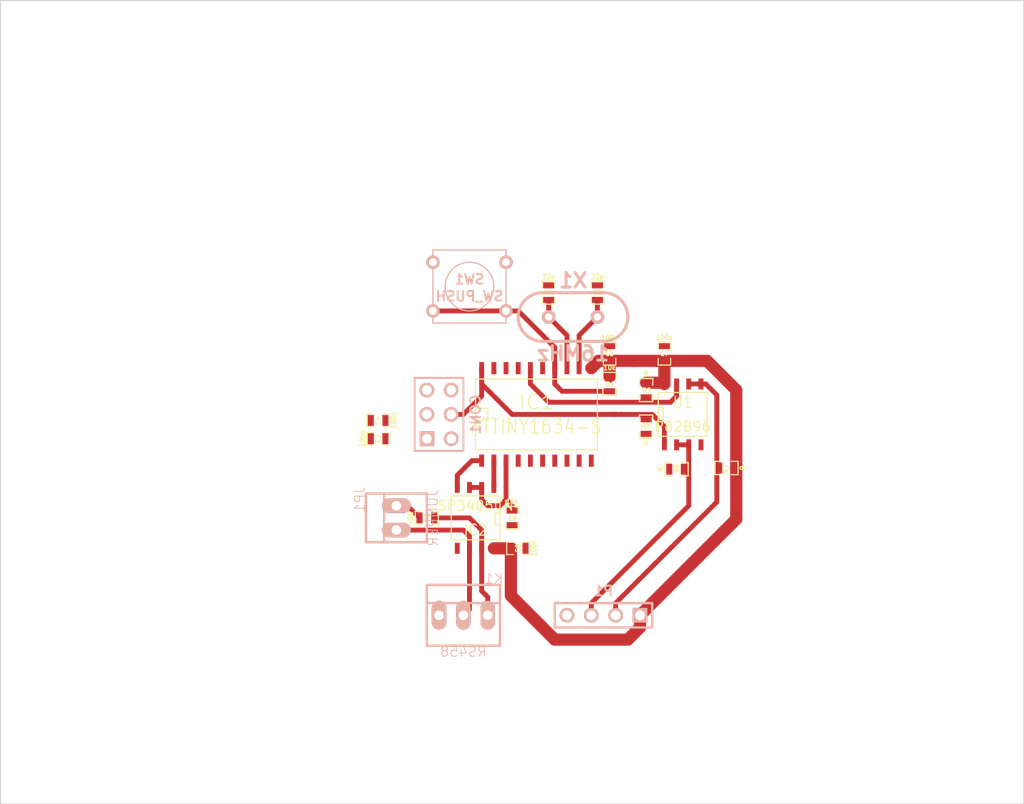
<source format=kicad_pcb>
(kicad_pcb (version 3) (host pcbnew "(2013-mar-13)-testing")

  (general
    (links 60)
    (no_connects 27)
    (area 167.589999 114.249999 274.370001 198.170001)
    (thickness 1.6)
    (drawings 4)
    (tracks 86)
    (zones 0)
    (modules 23)
    (nets 26)
  )

  (page A3)
  (layers
    (15 F.Cu signal)
    (0 B.Cu signal)
    (16 B.Adhes user)
    (17 F.Adhes user)
    (18 B.Paste user)
    (19 F.Paste user)
    (20 B.SilkS user)
    (21 F.SilkS user)
    (22 B.Mask user)
    (23 F.Mask user)
    (24 Dwgs.User user)
    (25 Cmts.User user)
    (26 Eco1.User user)
    (27 Eco2.User user)
    (28 Edge.Cuts user)
  )

  (setup
    (last_trace_width 0.508)
    (trace_clearance 0.254)
    (zone_clearance 0.508)
    (zone_45_only no)
    (trace_min 0.254)
    (segment_width 0.2)
    (edge_width 0.1)
    (via_size 1.778)
    (via_drill 0.635)
    (via_min_size 0.889)
    (via_min_drill 0.508)
    (user_via 1.27 0.254)
    (uvia_size 0.508)
    (uvia_drill 0.127)
    (uvias_allowed no)
    (uvia_min_size 0.508)
    (uvia_min_drill 0.127)
    (pcb_text_width 0.3)
    (pcb_text_size 1.5 1.5)
    (mod_edge_width 0.15)
    (mod_text_size 1 1)
    (mod_text_width 0.15)
    (pad_size 1.5 1.5)
    (pad_drill 0.6)
    (pad_to_mask_clearance 0)
    (aux_axis_origin 0 0)
    (visible_elements FFFFF77F)
    (pcbplotparams
      (layerselection 3178497)
      (usegerberextensions true)
      (excludeedgelayer true)
      (linewidth 0.150000)
      (plotframeref false)
      (viasonmask false)
      (mode 1)
      (useauxorigin false)
      (hpglpennumber 1)
      (hpglpenspeed 20)
      (hpglpendiameter 15)
      (hpglpenoverlay 2)
      (psnegative false)
      (psa4output false)
      (plotreference true)
      (plotvalue true)
      (plotothertext true)
      (plotinvisibletext false)
      (padsonsilk false)
      (subtractmaskfromsilk false)
      (outputformat 1)
      (mirror false)
      (drillshape 1)
      (scaleselection 1)
      (outputdirectory ""))
  )

  (net 0 "")
  (net 1 /MISO)
  (net 2 /MODBUS_A)
  (net 3 /MODBUS_B)
  (net 4 /RESET)
  (net 5 /SCL)
  (net 6 /SCL_OUT)
  (net 7 /SDA)
  (net 8 /SDA_OUT)
  (net 9 GND)
  (net 10 N-0000012)
  (net 11 N-0000015)
  (net 12 N-0000016)
  (net 13 N-0000017)
  (net 14 N-0000018)
  (net 15 N-0000019)
  (net 16 N-0000020)
  (net 17 N-0000021)
  (net 18 N-0000022)
  (net 19 N-0000023)
  (net 20 N-0000024)
  (net 21 N-0000025)
  (net 22 N-000004)
  (net 23 N-000005)
  (net 24 N-000007)
  (net 25 VCC)

  (net_class Default "This is the default net class."
    (clearance 0.254)
    (trace_width 0.508)
    (via_dia 1.778)
    (via_drill 0.635)
    (uvia_dia 0.508)
    (uvia_drill 0.127)
    (add_net "")
    (add_net /MISO)
    (add_net /MODBUS_A)
    (add_net /MODBUS_B)
    (add_net /RESET)
    (add_net /SCL)
    (add_net /SCL_OUT)
    (add_net /SDA)
    (add_net /SDA_OUT)
    (add_net GND)
    (add_net N-0000012)
    (add_net N-0000015)
    (add_net N-0000016)
    (add_net N-0000017)
    (add_net N-0000018)
    (add_net N-0000019)
    (add_net N-0000020)
    (add_net N-0000021)
    (add_net N-0000022)
    (add_net N-0000023)
    (add_net N-0000024)
    (add_net N-0000025)
    (add_net N-000004)
    (add_net N-000005)
    (add_net N-000007)
  )

  (net_class vcc ""
    (clearance 0.254)
    (trace_width 1.27)
    (via_dia 1.778)
    (via_drill 0.635)
    (uvia_dia 0.508)
    (uvia_drill 0.127)
    (add_net VCC)
  )

  (module SM0603_Capa   placed (layer F.Cu) (tedit 5051B1EC) (tstamp 51913DF8)
    (at 224.79 144.78 270)
    (path /518B9696)
    (attr smd)
    (fp_text reference C1 (at 0 0 360) (layer F.SilkS)
      (effects (font (size 0.508 0.4572) (thickness 0.1143)))
    )
    (fp_text value 22p (at -1.651 0 360) (layer F.SilkS)
      (effects (font (size 0.508 0.4572) (thickness 0.1143)))
    )
    (fp_line (start 0.50038 0.65024) (end 1.19888 0.65024) (layer F.SilkS) (width 0.11938))
    (fp_line (start -0.50038 0.65024) (end -1.19888 0.65024) (layer F.SilkS) (width 0.11938))
    (fp_line (start 0.50038 -0.65024) (end 1.19888 -0.65024) (layer F.SilkS) (width 0.11938))
    (fp_line (start -1.19888 -0.65024) (end -0.50038 -0.65024) (layer F.SilkS) (width 0.11938))
    (fp_line (start 1.19888 -0.635) (end 1.19888 0.635) (layer F.SilkS) (width 0.11938))
    (fp_line (start -1.19888 0.635) (end -1.19888 -0.635) (layer F.SilkS) (width 0.11938))
    (pad 1 smd rect (at -0.762 0 270) (size 0.635 1.143)
      (layers F.Cu F.Paste F.Mask)
      (net 9 GND)
    )
    (pad 2 smd rect (at 0.762 0 270) (size 0.635 1.143)
      (layers F.Cu F.Paste F.Mask)
      (net 22 N-000004)
    )
    (model smd\capacitors\C0603.wrl
      (at (xyz 0 0 0.001))
      (scale (xyz 0.5 0.5 0.5))
      (rotate (xyz 0 0 0))
    )
  )

  (module SM0603_Capa   placed (layer F.Cu) (tedit 5051B1EC) (tstamp 51913E04)
    (at 229.87 144.78 270)
    (path /518B96A5)
    (attr smd)
    (fp_text reference C2 (at 0 0 360) (layer F.SilkS)
      (effects (font (size 0.508 0.4572) (thickness 0.1143)))
    )
    (fp_text value 22p (at -1.651 0 360) (layer F.SilkS)
      (effects (font (size 0.508 0.4572) (thickness 0.1143)))
    )
    (fp_line (start 0.50038 0.65024) (end 1.19888 0.65024) (layer F.SilkS) (width 0.11938))
    (fp_line (start -0.50038 0.65024) (end -1.19888 0.65024) (layer F.SilkS) (width 0.11938))
    (fp_line (start 0.50038 -0.65024) (end 1.19888 -0.65024) (layer F.SilkS) (width 0.11938))
    (fp_line (start -1.19888 -0.65024) (end -0.50038 -0.65024) (layer F.SilkS) (width 0.11938))
    (fp_line (start 1.19888 -0.635) (end 1.19888 0.635) (layer F.SilkS) (width 0.11938))
    (fp_line (start -1.19888 0.635) (end -1.19888 -0.635) (layer F.SilkS) (width 0.11938))
    (pad 1 smd rect (at -0.762 0 270) (size 0.635 1.143)
      (layers F.Cu F.Paste F.Mask)
      (net 9 GND)
    )
    (pad 2 smd rect (at 0.762 0 270) (size 0.635 1.143)
      (layers F.Cu F.Paste F.Mask)
      (net 23 N-000005)
    )
    (model smd\capacitors\C0603.wrl
      (at (xyz 0 0 0.001))
      (scale (xyz 0.5 0.5 0.5))
      (rotate (xyz 0 0 0))
    )
  )

  (module SM0603_Capa   placed (layer F.Cu) (tedit 5051B1EC) (tstamp 51913E10)
    (at 207.01 160.02)
    (path /518B9823)
    (attr smd)
    (fp_text reference C3 (at 0 0 90) (layer F.SilkS)
      (effects (font (size 0.508 0.4572) (thickness 0.1143)))
    )
    (fp_text value 100n (at -1.651 0 90) (layer F.SilkS)
      (effects (font (size 0.508 0.4572) (thickness 0.1143)))
    )
    (fp_line (start 0.50038 0.65024) (end 1.19888 0.65024) (layer F.SilkS) (width 0.11938))
    (fp_line (start -0.50038 0.65024) (end -1.19888 0.65024) (layer F.SilkS) (width 0.11938))
    (fp_line (start 0.50038 -0.65024) (end 1.19888 -0.65024) (layer F.SilkS) (width 0.11938))
    (fp_line (start -1.19888 -0.65024) (end -0.50038 -0.65024) (layer F.SilkS) (width 0.11938))
    (fp_line (start 1.19888 -0.635) (end 1.19888 0.635) (layer F.SilkS) (width 0.11938))
    (fp_line (start -1.19888 0.635) (end -1.19888 -0.635) (layer F.SilkS) (width 0.11938))
    (pad 1 smd rect (at -0.762 0) (size 0.635 1.143)
      (layers F.Cu F.Paste F.Mask)
      (net 25 VCC)
    )
    (pad 2 smd rect (at 0.762 0) (size 0.635 1.143)
      (layers F.Cu F.Paste F.Mask)
      (net 9 GND)
    )
    (model smd\capacitors\C0603.wrl
      (at (xyz 0 0 0.001))
      (scale (xyz 0.5 0.5 0.5))
      (rotate (xyz 0 0 0))
    )
  )

  (module SM0603_Capa   placed (layer F.Cu) (tedit 5051B1EC) (tstamp 51913E1C)
    (at 207.01 158.115 180)
    (path /518BB14F)
    (attr smd)
    (fp_text reference C4 (at 0 0 270) (layer F.SilkS)
      (effects (font (size 0.508 0.4572) (thickness 0.1143)))
    )
    (fp_text value 100n (at -1.651 0 270) (layer F.SilkS)
      (effects (font (size 0.508 0.4572) (thickness 0.1143)))
    )
    (fp_line (start 0.50038 0.65024) (end 1.19888 0.65024) (layer F.SilkS) (width 0.11938))
    (fp_line (start -0.50038 0.65024) (end -1.19888 0.65024) (layer F.SilkS) (width 0.11938))
    (fp_line (start 0.50038 -0.65024) (end 1.19888 -0.65024) (layer F.SilkS) (width 0.11938))
    (fp_line (start -1.19888 -0.65024) (end -0.50038 -0.65024) (layer F.SilkS) (width 0.11938))
    (fp_line (start 1.19888 -0.635) (end 1.19888 0.635) (layer F.SilkS) (width 0.11938))
    (fp_line (start -1.19888 0.635) (end -1.19888 -0.635) (layer F.SilkS) (width 0.11938))
    (pad 1 smd rect (at -0.762 0 180) (size 0.635 1.143)
      (layers F.Cu F.Paste F.Mask)
      (net 9 GND)
    )
    (pad 2 smd rect (at 0.762 0 180) (size 0.635 1.143)
      (layers F.Cu F.Paste F.Mask)
      (net 25 VCC)
    )
    (model smd\capacitors\C0603.wrl
      (at (xyz 0 0 0.001))
      (scale (xyz 0.5 0.5 0.5))
      (rotate (xyz 0 0 0))
    )
  )

  (module SM0603_Capa   placed (layer F.Cu) (tedit 5051B1EC) (tstamp 51913E28)
    (at 231.14 151.13 270)
    (path /51913C78)
    (attr smd)
    (fp_text reference C5 (at 0 0 360) (layer F.SilkS)
      (effects (font (size 0.508 0.4572) (thickness 0.1143)))
    )
    (fp_text value 100n (at -1.651 0 360) (layer F.SilkS)
      (effects (font (size 0.508 0.4572) (thickness 0.1143)))
    )
    (fp_line (start 0.50038 0.65024) (end 1.19888 0.65024) (layer F.SilkS) (width 0.11938))
    (fp_line (start -0.50038 0.65024) (end -1.19888 0.65024) (layer F.SilkS) (width 0.11938))
    (fp_line (start 0.50038 -0.65024) (end 1.19888 -0.65024) (layer F.SilkS) (width 0.11938))
    (fp_line (start -1.19888 -0.65024) (end -0.50038 -0.65024) (layer F.SilkS) (width 0.11938))
    (fp_line (start 1.19888 -0.635) (end 1.19888 0.635) (layer F.SilkS) (width 0.11938))
    (fp_line (start -1.19888 0.635) (end -1.19888 -0.635) (layer F.SilkS) (width 0.11938))
    (pad 1 smd rect (at -0.762 0 270) (size 0.635 1.143)
      (layers F.Cu F.Paste F.Mask)
      (net 9 GND)
    )
    (pad 2 smd rect (at 0.762 0 270) (size 0.635 1.143)
      (layers F.Cu F.Paste F.Mask)
      (net 25 VCC)
    )
    (model smd\capacitors\C0603.wrl
      (at (xyz 0 0 0.001))
      (scale (xyz 0.5 0.5 0.5))
      (rotate (xyz 0 0 0))
    )
  )

  (module SM0603_Capa   placed (layer F.Cu) (tedit 5051B1EC) (tstamp 51913E34)
    (at 221.615 171.45 180)
    (path /518B9775)
    (attr smd)
    (fp_text reference C6 (at 0 0 270) (layer F.SilkS)
      (effects (font (size 0.508 0.4572) (thickness 0.1143)))
    )
    (fp_text value 100n (at -1.651 0 270) (layer F.SilkS)
      (effects (font (size 0.508 0.4572) (thickness 0.1143)))
    )
    (fp_line (start 0.50038 0.65024) (end 1.19888 0.65024) (layer F.SilkS) (width 0.11938))
    (fp_line (start -0.50038 0.65024) (end -1.19888 0.65024) (layer F.SilkS) (width 0.11938))
    (fp_line (start 0.50038 -0.65024) (end 1.19888 -0.65024) (layer F.SilkS) (width 0.11938))
    (fp_line (start -1.19888 -0.65024) (end -0.50038 -0.65024) (layer F.SilkS) (width 0.11938))
    (fp_line (start 1.19888 -0.635) (end 1.19888 0.635) (layer F.SilkS) (width 0.11938))
    (fp_line (start -1.19888 0.635) (end -1.19888 -0.635) (layer F.SilkS) (width 0.11938))
    (pad 1 smd rect (at -0.762 0 180) (size 0.635 1.143)
      (layers F.Cu F.Paste F.Mask)
      (net 9 GND)
    )
    (pad 2 smd rect (at 0.762 0 180) (size 0.635 1.143)
      (layers F.Cu F.Paste F.Mask)
      (net 25 VCC)
    )
    (model smd\capacitors\C0603.wrl
      (at (xyz 0 0 0.001))
      (scale (xyz 0.5 0.5 0.5))
      (rotate (xyz 0 0 0))
    )
  )

  (module SM0603_Capa   placed (layer F.Cu) (tedit 5051B1EC) (tstamp 51913E40)
    (at 236.855 151.13 270)
    (path /518B9B2D)
    (attr smd)
    (fp_text reference C7 (at 0 0 360) (layer F.SilkS)
      (effects (font (size 0.508 0.4572) (thickness 0.1143)))
    )
    (fp_text value 100n (at -1.651 0 360) (layer F.SilkS)
      (effects (font (size 0.508 0.4572) (thickness 0.1143)))
    )
    (fp_line (start 0.50038 0.65024) (end 1.19888 0.65024) (layer F.SilkS) (width 0.11938))
    (fp_line (start -0.50038 0.65024) (end -1.19888 0.65024) (layer F.SilkS) (width 0.11938))
    (fp_line (start 0.50038 -0.65024) (end 1.19888 -0.65024) (layer F.SilkS) (width 0.11938))
    (fp_line (start -1.19888 -0.65024) (end -0.50038 -0.65024) (layer F.SilkS) (width 0.11938))
    (fp_line (start 1.19888 -0.635) (end 1.19888 0.635) (layer F.SilkS) (width 0.11938))
    (fp_line (start -1.19888 0.635) (end -1.19888 -0.635) (layer F.SilkS) (width 0.11938))
    (pad 1 smd rect (at -0.762 0 270) (size 0.635 1.143)
      (layers F.Cu F.Paste F.Mask)
      (net 9 GND)
    )
    (pad 2 smd rect (at 0.762 0 270) (size 0.635 1.143)
      (layers F.Cu F.Paste F.Mask)
      (net 25 VCC)
    )
    (model smd\capacitors\C0603.wrl
      (at (xyz 0 0 0.001))
      (scale (xyz 0.5 0.5 0.5))
      (rotate (xyz 0 0 0))
    )
  )

  (module pin_array_3x2   placed (layer B.Cu) (tedit 42931587) (tstamp 51913E4E)
    (at 213.36 157.48 90)
    (descr "Double rangee de contacts 2 x 4 pins")
    (tags CONN)
    (path /518B9ED3)
    (fp_text reference CON1 (at 0 3.81 90) (layer B.SilkS)
      (effects (font (size 1.016 1.016) (thickness 0.2032)) (justify mirror))
    )
    (fp_text value AVR-ISP-6 (at 0 -3.81 90) (layer B.SilkS) hide
      (effects (font (size 1.016 1.016) (thickness 0.2032)) (justify mirror))
    )
    (fp_line (start 3.81 -2.54) (end -3.81 -2.54) (layer B.SilkS) (width 0.2032))
    (fp_line (start -3.81 2.54) (end 3.81 2.54) (layer B.SilkS) (width 0.2032))
    (fp_line (start 3.81 2.54) (end 3.81 -2.54) (layer B.SilkS) (width 0.2032))
    (fp_line (start -3.81 -2.54) (end -3.81 2.54) (layer B.SilkS) (width 0.2032))
    (pad 1 thru_hole rect (at -2.54 -1.27 90) (size 1.524 1.524) (drill 1.016)
      (layers *.Cu *.Mask B.SilkS)
      (net 1 /MISO)
    )
    (pad 2 thru_hole circle (at -2.54 1.27 90) (size 1.524 1.524) (drill 1.016)
      (layers *.Cu *.Mask B.SilkS)
      (net 25 VCC)
    )
    (pad 3 thru_hole circle (at 0 -1.27 90) (size 1.524 1.524) (drill 1.016)
      (layers *.Cu *.Mask B.SilkS)
      (net 5 /SCL)
    )
    (pad 4 thru_hole circle (at 0 1.27 90) (size 1.524 1.524) (drill 1.016)
      (layers *.Cu *.Mask B.SilkS)
      (net 7 /SDA)
    )
    (pad 5 thru_hole circle (at 2.54 -1.27 90) (size 1.524 1.524) (drill 1.016)
      (layers *.Cu *.Mask B.SilkS)
      (net 4 /RESET)
    )
    (pad 6 thru_hole circle (at 2.54 1.27 90) (size 1.524 1.524) (drill 1.016)
      (layers *.Cu *.Mask B.SilkS)
      (net 9 GND)
    )
    (model pin_array/pins_array_3x2.wrl
      (at (xyz 0 0 0))
      (scale (xyz 1 1 1))
      (rotate (xyz 0 0 0))
    )
  )

  (module SO20L   locked (layer F.Cu) (tedit 42807090) (tstamp 51913E6D)
    (at 223.52 157.48)
    (descr "Cms SOJ 20 pins large")
    (tags "CMS SOJ")
    (path /5191339D)
    (attr smd)
    (fp_text reference IC1 (at 0 -1.27) (layer F.SilkS)
      (effects (font (thickness 0.127)))
    )
    (fp_text value ATTINY1634-S (at 0 1.27) (layer F.SilkS)
      (effects (font (size 1.524 1.27) (thickness 0.127)))
    )
    (fp_line (start 6.35 3.683) (end 6.35 -3.683) (layer F.SilkS) (width 0.127))
    (fp_line (start -6.35 -3.683) (end -6.35 3.683) (layer F.SilkS) (width 0.127))
    (fp_line (start 6.35 3.683) (end -6.35 3.683) (layer F.SilkS) (width 0.127))
    (fp_line (start -6.35 -3.683) (end 6.35 -3.683) (layer F.SilkS) (width 0.127))
    (fp_line (start -6.35 -0.635) (end -5.08 -0.635) (layer F.SilkS) (width 0.127))
    (fp_line (start -5.08 -0.635) (end -5.08 0.635) (layer F.SilkS) (width 0.127))
    (fp_line (start -5.08 0.635) (end -6.35 0.635) (layer F.SilkS) (width 0.127))
    (pad 11 smd rect (at 5.715 -4.826) (size 0.508 1.27)
      (layers F.Cu F.Paste F.Mask)
      (net 25 VCC)
    )
    (pad 12 smd rect (at 4.445 -4.826) (size 0.508 1.27)
      (layers F.Cu F.Paste F.Mask)
      (net 23 N-000005)
    )
    (pad 13 smd rect (at 3.175 -4.826) (size 0.508 1.27)
      (layers F.Cu F.Paste F.Mask)
      (net 22 N-000004)
    )
    (pad 14 smd rect (at 1.905 -4.826) (size 0.508 1.27)
      (layers F.Cu F.Paste F.Mask)
      (net 4 /RESET)
    )
    (pad 15 smd rect (at 0.635 -4.826) (size 0.508 1.27)
      (layers F.Cu F.Paste F.Mask)
      (net 19 N-0000023)
    )
    (pad 16 smd rect (at -0.635 -4.826) (size 0.508 1.27)
      (layers F.Cu F.Paste F.Mask)
      (net 5 /SCL)
    )
    (pad 17 smd rect (at -1.905 -4.826) (size 0.508 1.27)
      (layers F.Cu F.Paste F.Mask)
      (net 20 N-0000024)
    )
    (pad 18 smd rect (at -3.175 -4.826) (size 0.508 1.27)
      (layers F.Cu F.Paste F.Mask)
      (net 21 N-0000025)
    )
    (pad 19 smd rect (at -4.445 -4.826) (size 0.508 1.27)
      (layers F.Cu F.Paste F.Mask)
      (net 1 /MISO)
    )
    (pad 20 smd rect (at -5.715 -4.826) (size 0.508 1.27)
      (layers F.Cu F.Paste F.Mask)
      (net 7 /SDA)
    )
    (pad 1 smd rect (at -5.715 4.826) (size 0.508 1.27)
      (layers F.Cu F.Paste F.Mask)
      (net 12 N-0000016)
    )
    (pad 2 smd rect (at -4.445 4.826) (size 0.508 1.27)
      (layers F.Cu F.Paste F.Mask)
      (net 24 N-000007)
    )
    (pad 3 smd rect (at -3.175 4.826) (size 0.508 1.27)
      (layers F.Cu F.Paste F.Mask)
      (net 11 N-0000015)
    )
    (pad 4 smd rect (at -1.905 4.826) (size 0.508 1.27)
      (layers F.Cu F.Paste F.Mask)
      (net 14 N-0000018)
    )
    (pad 5 smd rect (at -0.635 4.826) (size 0.508 1.27)
      (layers F.Cu F.Paste F.Mask)
      (net 15 N-0000019)
    )
    (pad 6 smd rect (at 0.635 4.826) (size 0.508 1.27)
      (layers F.Cu F.Paste F.Mask)
      (net 16 N-0000020)
    )
    (pad 7 smd rect (at 1.905 4.826) (size 0.508 1.27)
      (layers F.Cu F.Paste F.Mask)
      (net 13 N-0000017)
    )
    (pad 8 smd rect (at 3.175 4.826) (size 0.508 1.27)
      (layers F.Cu F.Paste F.Mask)
      (net 17 N-0000021)
    )
    (pad 9 smd rect (at 4.445 4.826) (size 0.508 1.27)
      (layers F.Cu F.Paste F.Mask)
      (net 18 N-0000022)
    )
    (pad 10 smd rect (at 5.715 4.826) (size 0.508 1.27)
      (layers F.Cu F.Paste F.Mask)
      (net 9 GND)
    )
    (model smd/cms_so20.wrl
      (at (xyz 0 0 0))
      (scale (xyz 0.5 0.6 0.5))
      (rotate (xyz 0 0 0))
    )
  )

  (module SO8N   placed (layer F.Cu) (tedit 45127296) (tstamp 51913E80)
    (at 217.17 168.275 180)
    (descr "Module CMS SOJ 8 pins large")
    (tags "CMS SOJ")
    (path /518B9650)
    (attr smd)
    (fp_text reference IC2 (at 0 -1.27 180) (layer F.SilkS)
      (effects (font (size 1.143 1.016) (thickness 0.127)))
    )
    (fp_text value SP3485CN (at 0 1.27 180) (layer F.SilkS)
      (effects (font (size 1.016 1.016) (thickness 0.127)))
    )
    (fp_line (start -2.54 -2.286) (end 2.54 -2.286) (layer F.SilkS) (width 0.127))
    (fp_line (start 2.54 -2.286) (end 2.54 2.286) (layer F.SilkS) (width 0.127))
    (fp_line (start 2.54 2.286) (end -2.54 2.286) (layer F.SilkS) (width 0.127))
    (fp_line (start -2.54 2.286) (end -2.54 -2.286) (layer F.SilkS) (width 0.127))
    (fp_line (start -2.54 -0.762) (end -2.032 -0.762) (layer F.SilkS) (width 0.127))
    (fp_line (start -2.032 -0.762) (end -2.032 0.508) (layer F.SilkS) (width 0.127))
    (fp_line (start -2.032 0.508) (end -2.54 0.508) (layer F.SilkS) (width 0.127))
    (pad 8 smd rect (at -1.905 -3.175 180) (size 0.508 1.143)
      (layers F.Cu F.Paste F.Mask)
      (net 25 VCC)
    )
    (pad 7 smd rect (at -0.635 -3.175 180) (size 0.508 1.143)
      (layers F.Cu F.Paste F.Mask)
      (net 3 /MODBUS_B)
    )
    (pad 6 smd rect (at 0.635 -3.175 180) (size 0.508 1.143)
      (layers F.Cu F.Paste F.Mask)
      (net 2 /MODBUS_A)
    )
    (pad 5 smd rect (at 1.905 -3.175 180) (size 0.508 1.143)
      (layers F.Cu F.Paste F.Mask)
      (net 9 GND)
    )
    (pad 4 smd rect (at 1.905 3.175 180) (size 0.508 1.143)
      (layers F.Cu F.Paste F.Mask)
      (net 12 N-0000016)
    )
    (pad 3 smd rect (at 0.635 3.175 180) (size 0.508 1.143)
      (layers F.Cu F.Paste F.Mask)
      (net 11 N-0000015)
    )
    (pad 2 smd rect (at -0.635 3.175 180) (size 0.508 1.143)
      (layers F.Cu F.Paste F.Mask)
      (net 11 N-0000015)
    )
    (pad 1 smd rect (at -1.905 3.175 180) (size 0.508 1.143)
      (layers F.Cu F.Paste F.Mask)
      (net 24 N-000007)
    )
    (model smd/cms_so8.wrl
      (at (xyz 0 0 0))
      (scale (xyz 0.5 0.38 0.5))
      (rotate (xyz 0 0 0))
    )
  )

  (module PIN_ARRAY_4x1   placed (layer B.Cu) (tedit 4C10F42E) (tstamp 51913E98)
    (at 230.505 178.435 180)
    (descr "Double rangee de contacts 2 x 5 pins")
    (tags CONN)
    (path /51913C29)
    (fp_text reference P1 (at 0 2.54 180) (layer B.SilkS)
      (effects (font (size 1.016 1.016) (thickness 0.2032)) (justify mirror))
    )
    (fp_text value I2C (at 0 -2.54 180) (layer B.SilkS) hide
      (effects (font (size 1.016 1.016) (thickness 0.2032)) (justify mirror))
    )
    (fp_line (start 5.08 -1.27) (end -5.08 -1.27) (layer B.SilkS) (width 0.254))
    (fp_line (start 5.08 1.27) (end -5.08 1.27) (layer B.SilkS) (width 0.254))
    (fp_line (start -5.08 1.27) (end -5.08 -1.27) (layer B.SilkS) (width 0.254))
    (fp_line (start 5.08 -1.27) (end 5.08 1.27) (layer B.SilkS) (width 0.254))
    (pad 1 thru_hole rect (at -3.81 0 180) (size 1.524 1.524) (drill 1.016)
      (layers *.Cu *.Mask B.SilkS)
      (net 25 VCC)
    )
    (pad 2 thru_hole circle (at -1.27 0 180) (size 1.524 1.524) (drill 1.016)
      (layers *.Cu *.Mask B.SilkS)
      (net 6 /SCL_OUT)
    )
    (pad 3 thru_hole circle (at 1.27 0 180) (size 1.524 1.524) (drill 1.016)
      (layers *.Cu *.Mask B.SilkS)
      (net 8 /SDA_OUT)
    )
    (pad 4 thru_hole circle (at 3.81 0 180) (size 1.524 1.524) (drill 1.016)
      (layers *.Cu *.Mask B.SilkS)
      (net 9 GND)
    )
    (model pin_array\pins_array_4x1.wrl
      (at (xyz 0 0 0))
      (scale (xyz 1 1 1))
      (rotate (xyz 0 0 0))
    )
  )

  (module SM0603_Resistor   placed (layer F.Cu) (tedit 5051B21B) (tstamp 51913EA4)
    (at 231.14 154.305 270)
    (path /518B97EE)
    (attr smd)
    (fp_text reference R1 (at 0.0635 -0.0635 360) (layer F.SilkS)
      (effects (font (size 0.50038 0.4572) (thickness 0.1143)))
    )
    (fp_text value 10k (at -1.69926 0 360) (layer F.SilkS)
      (effects (font (size 0.508 0.4572) (thickness 0.1143)))
    )
    (fp_line (start -0.50038 -0.6985) (end -1.2065 -0.6985) (layer F.SilkS) (width 0.127))
    (fp_line (start -1.2065 -0.6985) (end -1.2065 0.6985) (layer F.SilkS) (width 0.127))
    (fp_line (start -1.2065 0.6985) (end -0.50038 0.6985) (layer F.SilkS) (width 0.127))
    (fp_line (start 1.2065 -0.6985) (end 0.50038 -0.6985) (layer F.SilkS) (width 0.127))
    (fp_line (start 1.2065 -0.6985) (end 1.2065 0.6985) (layer F.SilkS) (width 0.127))
    (fp_line (start 1.2065 0.6985) (end 0.50038 0.6985) (layer F.SilkS) (width 0.127))
    (pad 1 smd rect (at -0.762 0 270) (size 0.635 1.143)
      (layers F.Cu F.Paste F.Mask)
      (net 25 VCC)
    )
    (pad 2 smd rect (at 0.762 0 270) (size 0.635 1.143)
      (layers F.Cu F.Paste F.Mask)
      (net 4 /RESET)
    )
    (model smd\resistors\R0603.wrl
      (at (xyz 0 0 0.001))
      (scale (xyz 0.5 0.5 0.5))
      (rotate (xyz 0 0 0))
    )
  )

  (module SM0603_Resistor   placed (layer F.Cu) (tedit 5051B21B) (tstamp 51913EB0)
    (at 234.95 154.94 270)
    (path /518B9A6C)
    (attr smd)
    (fp_text reference R2 (at 0.0635 -0.0635 360) (layer F.SilkS)
      (effects (font (size 0.50038 0.4572) (thickness 0.1143)))
    )
    (fp_text value R (at -1.69926 0 360) (layer F.SilkS)
      (effects (font (size 0.508 0.4572) (thickness 0.1143)))
    )
    (fp_line (start -0.50038 -0.6985) (end -1.2065 -0.6985) (layer F.SilkS) (width 0.127))
    (fp_line (start -1.2065 -0.6985) (end -1.2065 0.6985) (layer F.SilkS) (width 0.127))
    (fp_line (start -1.2065 0.6985) (end -0.50038 0.6985) (layer F.SilkS) (width 0.127))
    (fp_line (start 1.2065 -0.6985) (end 0.50038 -0.6985) (layer F.SilkS) (width 0.127))
    (fp_line (start 1.2065 -0.6985) (end 1.2065 0.6985) (layer F.SilkS) (width 0.127))
    (fp_line (start 1.2065 0.6985) (end 0.50038 0.6985) (layer F.SilkS) (width 0.127))
    (pad 1 smd rect (at -0.762 0 270) (size 0.635 1.143)
      (layers F.Cu F.Paste F.Mask)
      (net 25 VCC)
    )
    (pad 2 smd rect (at 0.762 0 270) (size 0.635 1.143)
      (layers F.Cu F.Paste F.Mask)
      (net 5 /SCL)
    )
    (model smd\resistors\R0603.wrl
      (at (xyz 0 0 0.001))
      (scale (xyz 0.5 0.5 0.5))
      (rotate (xyz 0 0 0))
    )
  )

  (module SM0603_Resistor   placed (layer F.Cu) (tedit 5051B21B) (tstamp 51913EBC)
    (at 234.95 158.75 90)
    (path /518B9A66)
    (attr smd)
    (fp_text reference R3 (at 0.0635 -0.0635 180) (layer F.SilkS)
      (effects (font (size 0.50038 0.4572) (thickness 0.1143)))
    )
    (fp_text value R (at -1.69926 0 180) (layer F.SilkS)
      (effects (font (size 0.508 0.4572) (thickness 0.1143)))
    )
    (fp_line (start -0.50038 -0.6985) (end -1.2065 -0.6985) (layer F.SilkS) (width 0.127))
    (fp_line (start -1.2065 -0.6985) (end -1.2065 0.6985) (layer F.SilkS) (width 0.127))
    (fp_line (start -1.2065 0.6985) (end -0.50038 0.6985) (layer F.SilkS) (width 0.127))
    (fp_line (start 1.2065 -0.6985) (end 0.50038 -0.6985) (layer F.SilkS) (width 0.127))
    (fp_line (start 1.2065 -0.6985) (end 1.2065 0.6985) (layer F.SilkS) (width 0.127))
    (fp_line (start 1.2065 0.6985) (end 0.50038 0.6985) (layer F.SilkS) (width 0.127))
    (pad 1 smd rect (at -0.762 0 90) (size 0.635 1.143)
      (layers F.Cu F.Paste F.Mask)
      (net 25 VCC)
    )
    (pad 2 smd rect (at 0.762 0 90) (size 0.635 1.143)
      (layers F.Cu F.Paste F.Mask)
      (net 7 /SDA)
    )
    (model smd\resistors\R0603.wrl
      (at (xyz 0 0 0.001))
      (scale (xyz 0.5 0.5 0.5))
      (rotate (xyz 0 0 0))
    )
  )

  (module SM0603_Resistor   placed (layer F.Cu) (tedit 5051B21B) (tstamp 51913EC8)
    (at 220.98 168.275 270)
    (path /518BA4A5)
    (attr smd)
    (fp_text reference R4 (at 0.0635 -0.0635 360) (layer F.SilkS)
      (effects (font (size 0.50038 0.4572) (thickness 0.1143)))
    )
    (fp_text value 10k (at -1.69926 0 360) (layer F.SilkS)
      (effects (font (size 0.508 0.4572) (thickness 0.1143)))
    )
    (fp_line (start -0.50038 -0.6985) (end -1.2065 -0.6985) (layer F.SilkS) (width 0.127))
    (fp_line (start -1.2065 -0.6985) (end -1.2065 0.6985) (layer F.SilkS) (width 0.127))
    (fp_line (start -1.2065 0.6985) (end -0.50038 0.6985) (layer F.SilkS) (width 0.127))
    (fp_line (start 1.2065 -0.6985) (end 0.50038 -0.6985) (layer F.SilkS) (width 0.127))
    (fp_line (start 1.2065 -0.6985) (end 1.2065 0.6985) (layer F.SilkS) (width 0.127))
    (fp_line (start 1.2065 0.6985) (end 0.50038 0.6985) (layer F.SilkS) (width 0.127))
    (pad 1 smd rect (at -0.762 0 270) (size 0.635 1.143)
      (layers F.Cu F.Paste F.Mask)
      (net 11 N-0000015)
    )
    (pad 2 smd rect (at 0.762 0 270) (size 0.635 1.143)
      (layers F.Cu F.Paste F.Mask)
      (net 9 GND)
    )
    (model smd\resistors\R0603.wrl
      (at (xyz 0 0 0.001))
      (scale (xyz 0.5 0.5 0.5))
      (rotate (xyz 0 0 0))
    )
  )

  (module SM0603_Resistor   placed (layer F.Cu) (tedit 5051B21B) (tstamp 51913ED4)
    (at 212.09 168.275)
    (path /51914955)
    (attr smd)
    (fp_text reference R5 (at 0.0635 -0.0635 90) (layer F.SilkS)
      (effects (font (size 0.50038 0.4572) (thickness 0.1143)))
    )
    (fp_text value 120 (at -1.69926 0 90) (layer F.SilkS)
      (effects (font (size 0.508 0.4572) (thickness 0.1143)))
    )
    (fp_line (start -0.50038 -0.6985) (end -1.2065 -0.6985) (layer F.SilkS) (width 0.127))
    (fp_line (start -1.2065 -0.6985) (end -1.2065 0.6985) (layer F.SilkS) (width 0.127))
    (fp_line (start -1.2065 0.6985) (end -0.50038 0.6985) (layer F.SilkS) (width 0.127))
    (fp_line (start 1.2065 -0.6985) (end 0.50038 -0.6985) (layer F.SilkS) (width 0.127))
    (fp_line (start 1.2065 -0.6985) (end 1.2065 0.6985) (layer F.SilkS) (width 0.127))
    (fp_line (start 1.2065 0.6985) (end 0.50038 0.6985) (layer F.SilkS) (width 0.127))
    (pad 1 smd rect (at -0.762 0) (size 0.635 1.143)
      (layers F.Cu F.Paste F.Mask)
      (net 10 N-0000012)
    )
    (pad 2 smd rect (at 0.762 0) (size 0.635 1.143)
      (layers F.Cu F.Paste F.Mask)
      (net 3 /MODBUS_B)
    )
    (model smd\resistors\R0603.wrl
      (at (xyz 0 0 0.001))
      (scale (xyz 0.5 0.5 0.5))
      (rotate (xyz 0 0 0))
    )
  )

  (module SM0603_Resistor   placed (layer F.Cu) (tedit 5051B21B) (tstamp 51913EE0)
    (at 238.125 163.195)
    (path /51914D89)
    (attr smd)
    (fp_text reference R6 (at 0.0635 -0.0635 90) (layer F.SilkS)
      (effects (font (size 0.50038 0.4572) (thickness 0.1143)))
    )
    (fp_text value R (at -1.69926 0 90) (layer F.SilkS)
      (effects (font (size 0.508 0.4572) (thickness 0.1143)))
    )
    (fp_line (start -0.50038 -0.6985) (end -1.2065 -0.6985) (layer F.SilkS) (width 0.127))
    (fp_line (start -1.2065 -0.6985) (end -1.2065 0.6985) (layer F.SilkS) (width 0.127))
    (fp_line (start -1.2065 0.6985) (end -0.50038 0.6985) (layer F.SilkS) (width 0.127))
    (fp_line (start 1.2065 -0.6985) (end 0.50038 -0.6985) (layer F.SilkS) (width 0.127))
    (fp_line (start 1.2065 -0.6985) (end 1.2065 0.6985) (layer F.SilkS) (width 0.127))
    (fp_line (start 1.2065 0.6985) (end 0.50038 0.6985) (layer F.SilkS) (width 0.127))
    (pad 1 smd rect (at -0.762 0) (size 0.635 1.143)
      (layers F.Cu F.Paste F.Mask)
      (net 25 VCC)
    )
    (pad 2 smd rect (at 0.762 0) (size 0.635 1.143)
      (layers F.Cu F.Paste F.Mask)
      (net 8 /SDA_OUT)
    )
    (model smd\resistors\R0603.wrl
      (at (xyz 0 0 0.001))
      (scale (xyz 0.5 0.5 0.5))
      (rotate (xyz 0 0 0))
    )
  )

  (module SM0603_Resistor   placed (layer F.Cu) (tedit 5051B21B) (tstamp 51913EEC)
    (at 243.332 163.068 180)
    (path /51914DFB)
    (attr smd)
    (fp_text reference R7 (at 0.0635 -0.0635 270) (layer F.SilkS)
      (effects (font (size 0.50038 0.4572) (thickness 0.1143)))
    )
    (fp_text value R (at -1.69926 0 270) (layer F.SilkS)
      (effects (font (size 0.508 0.4572) (thickness 0.1143)))
    )
    (fp_line (start -0.50038 -0.6985) (end -1.2065 -0.6985) (layer F.SilkS) (width 0.127))
    (fp_line (start -1.2065 -0.6985) (end -1.2065 0.6985) (layer F.SilkS) (width 0.127))
    (fp_line (start -1.2065 0.6985) (end -0.50038 0.6985) (layer F.SilkS) (width 0.127))
    (fp_line (start 1.2065 -0.6985) (end 0.50038 -0.6985) (layer F.SilkS) (width 0.127))
    (fp_line (start 1.2065 -0.6985) (end 1.2065 0.6985) (layer F.SilkS) (width 0.127))
    (fp_line (start 1.2065 0.6985) (end 0.50038 0.6985) (layer F.SilkS) (width 0.127))
    (pad 1 smd rect (at -0.762 0 180) (size 0.635 1.143)
      (layers F.Cu F.Paste F.Mask)
      (net 25 VCC)
    )
    (pad 2 smd rect (at 0.762 0 180) (size 0.635 1.143)
      (layers F.Cu F.Paste F.Mask)
      (net 6 /SCL_OUT)
    )
    (model smd\resistors\R0603.wrl
      (at (xyz 0 0 0.001))
      (scale (xyz 0.5 0.5 0.5))
      (rotate (xyz 0 0 0))
    )
  )

  (module SW_PUSH_SMALL   placed (layer B.Cu) (tedit 51947544) (tstamp 51913EF9)
    (at 216.535 144.145 180)
    (path /518B991E)
    (fp_text reference SW1 (at 0 0.762 180) (layer B.SilkS)
      (effects (font (size 1.016 1.016) (thickness 0.2032)) (justify mirror))
    )
    (fp_text value SW_PUSH (at 0 -1.016 180) (layer B.SilkS)
      (effects (font (size 1.016 1.016) (thickness 0.2032)) (justify mirror))
    )
    (fp_circle (center 0 0) (end 0 2.54) (layer B.SilkS) (width 0.127))
    (fp_line (start -3.81 3.81) (end 3.81 3.81) (layer B.SilkS) (width 0.127))
    (fp_line (start 3.81 3.81) (end 3.81 -3.81) (layer B.SilkS) (width 0.127))
    (fp_line (start 3.81 -3.81) (end -3.81 -3.81) (layer B.SilkS) (width 0.127))
    (fp_line (start -3.81 3.81) (end -3.81 -3.81) (layer B.SilkS) (width 0.127))
    (pad 1 thru_hole circle (at 3.81 2.54 180) (size 1.397 1.397) (drill 0.8128)
      (layers *.Cu *.Mask B.SilkS)
      (net 9 GND)
    )
    (pad 2 thru_hole circle (at 3.81 -2.54 180) (size 1.397 1.397) (drill 0.8128)
      (layers *.Cu *.Mask B.SilkS)
      (net 4 /RESET)
    )
    (pad 1 thru_hole circle (at -3.81 2.54 180) (size 1.397 1.397) (drill 0.8128)
      (layers *.Cu *.Mask B.SilkS)
      (net 9 GND)
    )
    (pad 2 thru_hole circle (at -3.81 -2.54 180) (size 1.397 1.397) (drill 0.8128)
      (layers *.Cu *.Mask B.SilkS)
      (net 4 /RESET)
    )
  )

  (module SO8N   placed (layer F.Cu) (tedit 45127296) (tstamp 51913F0C)
    (at 238.76 157.48)
    (descr "Module CMS SOJ 8 pins large")
    (tags "CMS SOJ")
    (path /518BB0F8)
    (attr smd)
    (fp_text reference U1 (at 0 -1.27) (layer F.SilkS)
      (effects (font (size 1.143 1.016) (thickness 0.127)))
    )
    (fp_text value P82B96 (at 0 1.27) (layer F.SilkS)
      (effects (font (size 1.016 1.016) (thickness 0.127)))
    )
    (fp_line (start -2.54 -2.286) (end 2.54 -2.286) (layer F.SilkS) (width 0.127))
    (fp_line (start 2.54 -2.286) (end 2.54 2.286) (layer F.SilkS) (width 0.127))
    (fp_line (start 2.54 2.286) (end -2.54 2.286) (layer F.SilkS) (width 0.127))
    (fp_line (start -2.54 2.286) (end -2.54 -2.286) (layer F.SilkS) (width 0.127))
    (fp_line (start -2.54 -0.762) (end -2.032 -0.762) (layer F.SilkS) (width 0.127))
    (fp_line (start -2.032 -0.762) (end -2.032 0.508) (layer F.SilkS) (width 0.127))
    (fp_line (start -2.032 0.508) (end -2.54 0.508) (layer F.SilkS) (width 0.127))
    (pad 8 smd rect (at -1.905 -3.175) (size 0.508 1.143)
      (layers F.Cu F.Paste F.Mask)
      (net 25 VCC)
    )
    (pad 7 smd rect (at -0.635 -3.175) (size 0.508 1.143)
      (layers F.Cu F.Paste F.Mask)
      (net 5 /SCL)
    )
    (pad 6 smd rect (at 0.635 -3.175) (size 0.508 1.143)
      (layers F.Cu F.Paste F.Mask)
      (net 6 /SCL_OUT)
    )
    (pad 5 smd rect (at 1.905 -3.175) (size 0.508 1.143)
      (layers F.Cu F.Paste F.Mask)
      (net 6 /SCL_OUT)
    )
    (pad 4 smd rect (at 1.905 3.175) (size 0.508 1.143)
      (layers F.Cu F.Paste F.Mask)
      (net 9 GND)
    )
    (pad 3 smd rect (at 0.635 3.175) (size 0.508 1.143)
      (layers F.Cu F.Paste F.Mask)
      (net 8 /SDA_OUT)
    )
    (pad 2 smd rect (at -0.635 3.175) (size 0.508 1.143)
      (layers F.Cu F.Paste F.Mask)
      (net 8 /SDA_OUT)
    )
    (pad 1 smd rect (at -1.905 3.175) (size 0.508 1.143)
      (layers F.Cu F.Paste F.Mask)
      (net 7 /SDA)
    )
    (model smd/cms_so8.wrl
      (at (xyz 0 0 0))
      (scale (xyz 0.5 0.38 0.5))
      (rotate (xyz 0 0 0))
    )
  )

  (module HC-49V   placed (layer B.Cu) (tedit 4C5EC450) (tstamp 51913F18)
    (at 227.33 147.32 180)
    (descr "Quartz boitier HC-49 Vertical")
    (tags "QUARTZ DEV")
    (path /518B9687)
    (autoplace_cost180 10)
    (fp_text reference X1 (at 0 3.81 180) (layer B.SilkS)
      (effects (font (thickness 0.3048)) (justify mirror))
    )
    (fp_text value 16MHz (at 0 -3.81 180) (layer B.SilkS)
      (effects (font (thickness 0.3048)) (justify mirror))
    )
    (fp_line (start -3.175 -2.54) (end 3.175 -2.54) (layer B.SilkS) (width 0.3175))
    (fp_line (start -3.175 2.54) (end 3.175 2.54) (layer B.SilkS) (width 0.3175))
    (fp_arc (start 3.175 0) (end 3.175 2.54) (angle -90) (layer B.SilkS) (width 0.3175))
    (fp_arc (start 3.175 0) (end 5.715 0) (angle -90) (layer B.SilkS) (width 0.3175))
    (fp_arc (start -3.175 0) (end -5.715 0) (angle -90) (layer B.SilkS) (width 0.3175))
    (fp_arc (start -3.175 0) (end -3.175 -2.54) (angle -90) (layer B.SilkS) (width 0.3175))
    (pad 1 thru_hole circle (at -2.54 0 180) (size 1.4224 1.4224) (drill 0.762)
      (layers *.Cu *.Mask B.SilkS)
      (net 23 N-000005)
    )
    (pad 2 thru_hole circle (at 2.54 0 180) (size 1.4224 1.4224) (drill 0.762)
      (layers *.Cu *.Mask B.SilkS)
      (net 22 N-000004)
    )
    (model discret/xtal/crystal_hc18u_vertical.wrl
      (at (xyz 0 0 0))
      (scale (xyz 1 1 0.2))
      (rotate (xyz 0 0 0))
    )
  )

  (module PINHEAD1-2 (layer B.Cu) (tedit 4C5EDFB2) (tstamp 519479BF)
    (at 208.915 168.275 270)
    (path /51914A01)
    (attr virtual)
    (fp_text reference JP1 (at -1.905 3.81 270) (layer B.SilkS)
      (effects (font (size 1.016 1.016) (thickness 0.0889)) (justify mirror))
    )
    (fp_text value JUMPER (at 0 -3.81 270) (layer B.SilkS)
      (effects (font (size 1.016 1.016) (thickness 0.0889)) (justify mirror))
    )
    (fp_line (start 2.54 1.27) (end -2.54 1.27) (layer B.SilkS) (width 0.254))
    (fp_line (start 2.54 -3.175) (end -2.54 -3.175) (layer B.SilkS) (width 0.254))
    (fp_line (start -2.54 3.175) (end 2.54 3.175) (layer B.SilkS) (width 0.254))
    (fp_line (start -2.54 3.175) (end -2.54 -3.175) (layer B.SilkS) (width 0.254))
    (fp_line (start 2.54 3.175) (end 2.54 -3.175) (layer B.SilkS) (width 0.254))
    (pad 1 thru_hole oval (at -1.27 0 270) (size 1.50622 3.01498) (drill 0.99822)
      (layers *.Cu B.Paste B.SilkS B.Mask)
      (net 10 N-0000012)
    )
    (pad 2 thru_hole oval (at 1.27 0 270) (size 1.50622 3.01498) (drill 0.99822)
      (layers *.Cu B.Paste B.SilkS B.Mask)
      (net 2 /MODBUS_A)
    )
  )

  (module PINHEAD1-3 (layer B.Cu) (tedit 4C5EDE92) (tstamp 51947C24)
    (at 215.9 178.435 180)
    (path /51947B16)
    (attr virtual)
    (fp_text reference K1 (at -3.175 3.81 180) (layer B.SilkS)
      (effects (font (size 1.016 1.016) (thickness 0.0889)) (justify mirror))
    )
    (fp_text value RS458 (at 0 -3.81 180) (layer B.SilkS)
      (effects (font (size 1.016 1.016) (thickness 0.0889)) (justify mirror))
    )
    (fp_line (start -3.81 3.175) (end -3.81 -3.175) (layer B.SilkS) (width 0.254))
    (fp_line (start 3.81 3.175) (end 3.81 -3.175) (layer B.SilkS) (width 0.254))
    (fp_line (start 3.81 1.27) (end -3.81 1.27) (layer B.SilkS) (width 0.254))
    (fp_line (start -3.81 3.175) (end 3.81 3.175) (layer B.SilkS) (width 0.254))
    (fp_line (start 3.81 -3.175) (end -3.81 -3.175) (layer B.SilkS) (width 0.254))
    (pad 1 thru_hole oval (at -2.54 0 180) (size 1.50622 3.01498) (drill 0.99822)
      (layers *.Cu B.Paste B.SilkS B.Mask)
      (net 3 /MODBUS_B)
    )
    (pad 2 thru_hole oval (at 0 0 180) (size 1.50622 3.01498) (drill 0.99822)
      (layers *.Cu B.Paste B.SilkS B.Mask)
      (net 2 /MODBUS_A)
    )
    (pad 3 thru_hole oval (at 2.54 0 180) (size 1.50622 3.01498) (drill 0.99822)
      (layers *.Cu B.Paste B.SilkS B.Mask)
      (net 9 GND)
    )
  )

  (gr_line (start 274.32 114.3) (end 167.64 114.3) (angle 90) (layer Edge.Cuts) (width 0.1))
  (gr_line (start 274.32 198.12) (end 274.32 114.3) (angle 90) (layer Edge.Cuts) (width 0.1))
  (gr_line (start 167.64 198.12) (end 274.32 198.12) (angle 90) (layer Edge.Cuts) (width 0.1))
  (gr_line (start 167.64 114.3) (end 167.64 198.12) (angle 90) (layer Edge.Cuts) (width 0.1))

  (segment (start 216.535 171.45) (end 216.535 170.18) (width 0.508) (layer F.Cu) (net 2))
  (segment (start 215.9 169.545) (end 208.915 169.545) (width 0.508) (layer F.Cu) (net 2) (tstamp 51947F04))
  (segment (start 216.535 170.18) (end 215.9 169.545) (width 0.508) (layer F.Cu) (net 2) (tstamp 51947F03))
  (segment (start 216.535 171.45) (end 216.535 177.8) (width 0.508) (layer F.Cu) (net 2))
  (segment (start 216.535 177.8) (end 215.9 178.435) (width 0.508) (layer F.Cu) (net 2) (tstamp 51947ED0))
  (segment (start 212.852 168.275) (end 216.535 168.275) (width 0.508) (layer F.Cu) (net 3))
  (segment (start 217.805 169.545) (end 217.805 171.45) (width 0.508) (layer F.Cu) (net 3) (tstamp 51947F20))
  (segment (start 216.535 168.275) (end 217.805 169.545) (width 0.508) (layer F.Cu) (net 3) (tstamp 51947F1F))
  (segment (start 217.805 171.45) (end 217.805 175.895) (width 0.508) (layer F.Cu) (net 3))
  (segment (start 218.44 176.53) (end 218.44 178.435) (width 0.508) (layer F.Cu) (net 3) (tstamp 51947ECD))
  (segment (start 217.805 175.895) (end 218.44 176.53) (width 0.508) (layer F.Cu) (net 3) (tstamp 51947ECC))
  (segment (start 225.425 152.654) (end 225.425 154.305) (width 0.508) (layer F.Cu) (net 4))
  (segment (start 226.187 155.067) (end 231.14 155.067) (width 0.508) (layer F.Cu) (net 4) (tstamp 519476BD))
  (segment (start 225.425 154.305) (end 226.187 155.067) (width 0.508) (layer F.Cu) (net 4) (tstamp 519476BC))
  (segment (start 220.345 146.685) (end 212.725 146.685) (width 0.508) (layer F.Cu) (net 4))
  (segment (start 220.345 146.685) (end 221.615 146.685) (width 0.508) (layer F.Cu) (net 4))
  (segment (start 225.425 150.495) (end 225.425 152.654) (width 0.508) (layer F.Cu) (net 4) (tstamp 51947632))
  (segment (start 221.615 146.685) (end 225.425 150.495) (width 0.508) (layer F.Cu) (net 4) (tstamp 51947631))
  (segment (start 238.125 154.305) (end 238.125 155.575) (width 0.508) (layer F.Cu) (net 5))
  (segment (start 222.885 154.305) (end 222.885 152.654) (width 0.508) (layer F.Cu) (net 5) (tstamp 519472A2))
  (segment (start 224.79 156.21) (end 222.885 154.305) (width 0.508) (layer F.Cu) (net 5) (tstamp 519472A1))
  (segment (start 237.49 156.21) (end 234.315 156.21) (width 0.508) (layer F.Cu) (net 5) (tstamp 519472A0))
  (segment (start 234.315 156.21) (end 224.79 156.21) (width 0.508) (layer F.Cu) (net 5) (tstamp 51947336))
  (segment (start 238.125 155.575) (end 237.49 156.21) (width 0.508) (layer F.Cu) (net 5) (tstamp 5194729F))
  (segment (start 240.284 154.305) (end 241.173 154.305) (width 0.508) (layer F.Cu) (net 6))
  (segment (start 231.775 177.165) (end 231.775 178.435) (width 0.508) (layer F.Cu) (net 6) (tstamp 51947F56))
  (segment (start 242.316 166.624) (end 231.775 177.165) (width 0.508) (layer F.Cu) (net 6) (tstamp 51947F54))
  (segment (start 242.316 155.448) (end 242.316 166.624) (width 0.508) (layer F.Cu) (net 6) (tstamp 51947F53))
  (segment (start 241.173 154.305) (end 242.316 155.448) (width 0.508) (layer F.Cu) (net 6) (tstamp 51947F52))
  (segment (start 240.665 154.305) (end 240.284 154.305) (width 0.508) (layer F.Cu) (net 6))
  (segment (start 240.284 154.305) (end 239.395 154.305) (width 0.508) (layer F.Cu) (net 6) (tstamp 51947F50))
  (segment (start 214.63 157.48) (end 215.9 157.48) (width 0.508) (layer F.Cu) (net 7))
  (segment (start 217.805 155.575) (end 217.805 154.305) (width 0.508) (layer F.Cu) (net 7) (tstamp 519476F8))
  (segment (start 215.9 157.48) (end 217.805 155.575) (width 0.508) (layer F.Cu) (net 7) (tstamp 519476F7))
  (segment (start 232.41 157.48) (end 235.585 157.48) (width 0.508) (layer F.Cu) (net 7))
  (segment (start 231.775 157.48) (end 232.41 157.48) (width 0.508) (layer F.Cu) (net 7) (tstamp 519472AC))
  (segment (start 236.855 158.75) (end 236.855 160.655) (width 0.508) (layer F.Cu) (net 7) (tstamp 519476E0))
  (segment (start 235.585 157.48) (end 236.855 158.75) (width 0.508) (layer F.Cu) (net 7) (tstamp 519476DF))
  (segment (start 231.14 157.48) (end 231.775 157.48) (width 0.508) (layer F.Cu) (net 7) (tstamp 5194732D))
  (segment (start 217.805 154.305) (end 217.805 152.654) (width 0.508) (layer F.Cu) (net 7) (tstamp 519472B6))
  (segment (start 220.98 157.48) (end 217.805 154.305) (width 0.508) (layer F.Cu) (net 7) (tstamp 519472B1))
  (segment (start 231.775 157.48) (end 220.98 157.48) (width 0.508) (layer F.Cu) (net 7) (tstamp 51947332))
  (segment (start 239.395 160.655) (end 239.395 167.005) (width 0.508) (layer F.Cu) (net 8))
  (segment (start 229.235 177.165) (end 229.235 178.435) (width 0.508) (layer F.Cu) (net 8) (tstamp 51947F25))
  (segment (start 239.395 167.005) (end 229.235 177.165) (width 0.508) (layer F.Cu) (net 8) (tstamp 51947F23))
  (segment (start 239.395 160.655) (end 238.125 160.655) (width 0.508) (layer F.Cu) (net 8))
  (segment (start 208.915 167.005) (end 210.058 167.005) (width 0.508) (layer F.Cu) (net 10))
  (segment (start 210.058 167.005) (end 211.328 168.275) (width 0.508) (layer F.Cu) (net 10) (tstamp 51947F1C))
  (segment (start 220.98 167.513) (end 220.98 167.005) (width 0.508) (layer F.Cu) (net 11))
  (segment (start 220.98 167.005) (end 220.345 166.37) (width 0.508) (layer F.Cu) (net 11) (tstamp 519471EA))
  (segment (start 220.345 162.306) (end 220.345 166.37) (width 0.508) (layer F.Cu) (net 11))
  (segment (start 217.805 166.37) (end 217.805 165.1) (width 0.508) (layer F.Cu) (net 11) (tstamp 519471D9))
  (segment (start 218.44 167.005) (end 217.805 166.37) (width 0.508) (layer F.Cu) (net 11) (tstamp 519471D8))
  (segment (start 219.71 167.005) (end 218.44 167.005) (width 0.508) (layer F.Cu) (net 11) (tstamp 519471D7))
  (segment (start 220.345 166.37) (end 219.71 167.005) (width 0.508) (layer F.Cu) (net 11) (tstamp 519471D6))
  (segment (start 216.535 165.1) (end 217.805 165.1) (width 0.508) (layer F.Cu) (net 11))
  (segment (start 215.265 165.1) (end 215.265 163.83) (width 0.508) (layer F.Cu) (net 12))
  (segment (start 216.789 162.306) (end 217.805 162.306) (width 0.508) (layer F.Cu) (net 12) (tstamp 519471D1))
  (segment (start 215.265 163.83) (end 216.789 162.306) (width 0.508) (layer F.Cu) (net 12) (tstamp 519471D0))
  (segment (start 224.79 147.32) (end 224.79 145.542) (width 0.508) (layer F.Cu) (net 22))
  (segment (start 226.695 152.654) (end 226.695 149.225) (width 0.508) (layer F.Cu) (net 22))
  (segment (start 226.695 149.225) (end 224.79 147.32) (width 0.508) (layer F.Cu) (net 22) (tstamp 51947153))
  (segment (start 229.87 147.32) (end 229.87 145.542) (width 0.508) (layer F.Cu) (net 23))
  (segment (start 227.965 152.654) (end 227.965 149.225) (width 0.508) (layer F.Cu) (net 23))
  (segment (start 227.965 149.225) (end 229.87 147.32) (width 0.508) (layer F.Cu) (net 23) (tstamp 51947156))
  (segment (start 219.075 165.1) (end 219.075 162.306) (width 0.508) (layer F.Cu) (net 24))
  (segment (start 236.855 151.892) (end 241.3 151.892) (width 1.27) (layer F.Cu) (net 25) (status 400000))
  (segment (start 244.348 168.402) (end 234.315 178.435) (width 1.27) (layer F.Cu) (net 25) (tstamp 51947F6A) (status 800000))
  (segment (start 244.348 163.068) (end 244.348 168.402) (width 1.27) (layer F.Cu) (net 25) (tstamp 51947F69) (status 400000))
  (segment (start 244.348 154.94) (end 244.348 163.068) (width 1.27) (layer F.Cu) (net 25) (tstamp 51947F68) (status 800000))
  (segment (start 241.3 151.892) (end 244.348 154.94) (width 1.27) (layer F.Cu) (net 25) (tstamp 51947F67))
  (segment (start 233.68 151.892) (end 236.855 151.892) (width 1.27) (layer F.Cu) (net 25))
  (segment (start 233.68 151.892) (end 233.68 151.892) (width 1.27) (layer F.Cu) (net 25))
  (segment (start 233.68 151.892) (end 231.14 151.892) (width 1.27) (layer F.Cu) (net 25) (tstamp 51947F3D))
  (segment (start 219.075 171.45) (end 220.853 171.45) (width 1.27) (layer F.Cu) (net 25))
  (segment (start 234.315 178.435) (end 234.315 179.705) (width 1.27) (layer F.Cu) (net 25))
  (segment (start 234.315 179.705) (end 233.045 180.975) (width 1.27) (layer F.Cu) (net 25) (tstamp 51947894))
  (segment (start 233.045 180.975) (end 225.425 180.975) (width 1.27) (layer F.Cu) (net 25) (tstamp 51947895))
  (segment (start 225.425 180.975) (end 220.853 176.403) (width 1.27) (layer F.Cu) (net 25) (tstamp 51947896))
  (segment (start 220.853 176.403) (end 220.853 171.45) (width 1.27) (layer F.Cu) (net 25) (tstamp 51947897))
  (segment (start 234.95 154.178) (end 236.728 154.178) (width 1.27) (layer F.Cu) (net 25))
  (segment (start 236.728 154.178) (end 236.855 154.305) (width 1.27) (layer F.Cu) (net 25) (tstamp 519476D9))
  (segment (start 236.855 151.892) (end 236.855 154.305) (width 1.27) (layer F.Cu) (net 25))
  (segment (start 231.14 153.543) (end 231.14 151.892) (width 1.27) (layer F.Cu) (net 25))
  (segment (start 231.14 151.892) (end 229.997 151.892) (width 1.27) (layer F.Cu) (net 25))
  (segment (start 229.997 151.892) (end 229.235 152.654) (width 1.27) (layer F.Cu) (net 25) (tstamp 519476C2))

)

</source>
